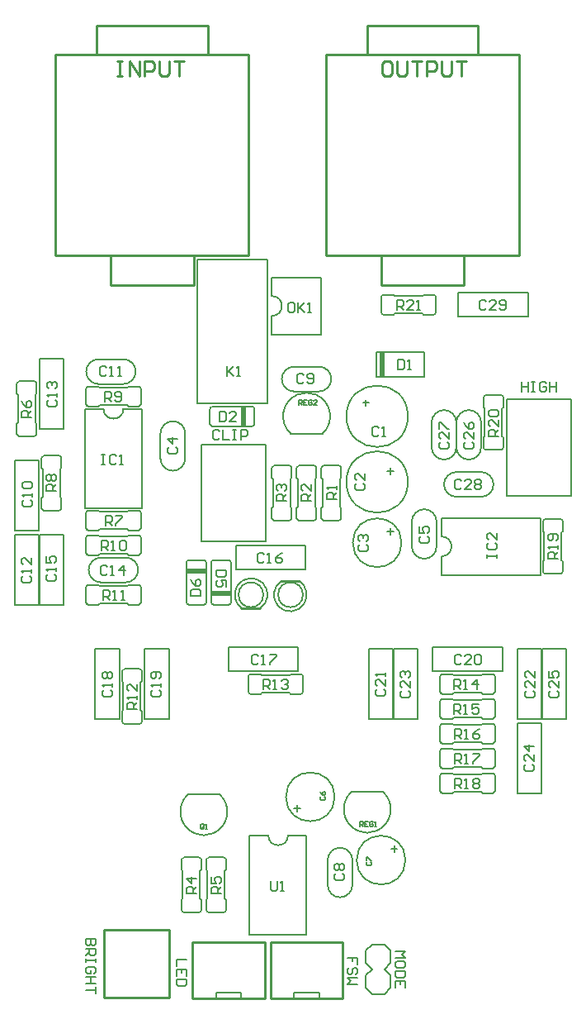
<source format=gto>
G04*
G04 #@! TF.GenerationSoftware,Altium Limited,Altium Designer,19.0.12 (326)*
G04*
G04 Layer_Color=65535*
%FSLAX25Y25*%
%MOIN*%
G70*
G01*
G75*
%ADD10C,0.00600*%
%ADD11C,0.00500*%
%ADD12C,0.01000*%
%ADD13C,0.00787*%
%ADD14C,0.00800*%
%ADD15R,0.02000X0.10000*%
%ADD16R,0.08000X0.02000*%
%ADD17R,0.02000X0.08000*%
D10*
X163913Y57000D02*
G03*
X163913Y57000I-9843J0D01*
G01*
X135336Y82500D02*
G03*
X135336Y82500I-9843J0D01*
G01*
X175234Y277000D02*
G03*
X176234Y278000I0J1000D01*
G01*
Y284000D02*
G03*
X175234Y285000I-1000J0D01*
G01*
X155108D02*
G03*
X154109Y284000I0J-1000D01*
G01*
Y278000D02*
G03*
X155108Y277000I1000J0D01*
G01*
X171500Y178500D02*
G03*
X176500Y183500I0J5000D01*
G01*
X166500D02*
G03*
X171500Y178500I5000J0D01*
G01*
Y198500D02*
G03*
X166500Y193500I0J-5000D01*
G01*
X176500D02*
G03*
X171500Y198500I-5000J0D01*
G01*
X93500Y177000D02*
G03*
X92500Y178000I-1000J0D01*
G01*
X86500D02*
G03*
X85500Y177000I0J-1000D01*
G01*
Y161000D02*
G03*
X86500Y160000I1000J0D01*
G01*
X92500D02*
G03*
X93500Y161000I0J1000D01*
G01*
X75500D02*
G03*
X76500Y160000I1000J0D01*
G01*
X82500D02*
G03*
X83500Y161000I0J1000D01*
G01*
Y177000D02*
G03*
X82500Y178000I-1000J0D01*
G01*
X76500D02*
G03*
X75500Y177000I0J-1000D01*
G01*
X226500Y172437D02*
G03*
X227500Y173437I0J1000D01*
G01*
X219500D02*
G03*
X220500Y172437I1000J0D01*
G01*
Y194563D02*
G03*
X219500Y193563I0J-1000D01*
G01*
X227500D02*
G03*
X226500Y194563I-1000J0D01*
G01*
X196500Y244563D02*
G03*
X195500Y243563I0J-1000D01*
G01*
X203500D02*
G03*
X202500Y244563I-1000J0D01*
G01*
Y222437D02*
G03*
X203500Y223437I0J1000D01*
G01*
X195500D02*
G03*
X196500Y222437I1000J0D01*
G01*
X189500Y238500D02*
G03*
X184500Y233500I0J-5000D01*
G01*
X194500D02*
G03*
X189500Y238500I-5000J0D01*
G01*
Y218500D02*
G03*
X194500Y223500I0J5000D01*
G01*
X184500D02*
G03*
X189500Y218500I5000J0D01*
G01*
X199500Y208500D02*
G03*
X194500Y213500I-5000J0D01*
G01*
Y203500D02*
G03*
X199500Y208500I0J5000D01*
G01*
X179500D02*
G03*
X184500Y203500I5000J0D01*
G01*
Y213500D02*
G03*
X179500Y208500I0J-5000D01*
G01*
Y238500D02*
G03*
X174500Y233500I0J-5000D01*
G01*
X184500D02*
G03*
X179500Y238500I-5000J0D01*
G01*
Y218500D02*
G03*
X184500Y223500I0J5000D01*
G01*
X174500D02*
G03*
X179500Y218500I5000J0D01*
G01*
X178500Y179500D02*
G03*
X178500Y187500I0J4000D01*
G01*
X55000Y254000D02*
G03*
X50000Y259000I-5000J0D01*
G01*
Y249000D02*
G03*
X55000Y254000I0J5000D01*
G01*
X35000D02*
G03*
X40000Y249000I5000J0D01*
G01*
Y259000D02*
G03*
X35000Y254000I0J-5000D01*
G01*
X56063Y240000D02*
G03*
X57063Y241000I0J1000D01*
G01*
Y247000D02*
G03*
X56063Y248000I-1000J0D01*
G01*
X35937D02*
G03*
X34937Y247000I0J-1000D01*
G01*
Y241000D02*
G03*
X35937Y240000I1000J0D01*
G01*
X8000Y250063D02*
G03*
X7000Y249063I0J-1000D01*
G01*
X15000D02*
G03*
X14000Y250063I-1000J0D01*
G01*
Y227937D02*
G03*
X15000Y228937I0J1000D01*
G01*
X7000D02*
G03*
X8000Y227937I1000J0D01*
G01*
X42000Y239000D02*
G03*
X50000Y239000I4000J0D01*
G01*
X25000Y219063D02*
G03*
X24000Y220063I-1000J0D01*
G01*
X18000D02*
G03*
X17000Y219063I0J-1000D01*
G01*
Y198937D02*
G03*
X18000Y197937I1000J0D01*
G01*
X24000D02*
G03*
X25000Y198937I0J1000D01*
G01*
X56063Y190000D02*
G03*
X57063Y191000I0J1000D01*
G01*
Y197000D02*
G03*
X56063Y198000I-1000J0D01*
G01*
X35937D02*
G03*
X34937Y197000I0J-1000D01*
G01*
Y191000D02*
G03*
X35937Y190000I1000J0D01*
G01*
Y188000D02*
G03*
X34937Y187000I0J-1000D01*
G01*
Y181000D02*
G03*
X35937Y180000I1000J0D01*
G01*
X56063D02*
G03*
X57063Y181000I0J1000D01*
G01*
Y187000D02*
G03*
X56063Y188000I-1000J0D01*
G01*
X56000Y174000D02*
G03*
X51000Y179000I-5000J0D01*
G01*
Y169000D02*
G03*
X56000Y174000I0J5000D01*
G01*
X36000D02*
G03*
X41000Y169000I5000J0D01*
G01*
Y179000D02*
G03*
X36000Y174000I0J-5000D01*
G01*
X56063Y160000D02*
G03*
X57063Y161000I0J1000D01*
G01*
Y167000D02*
G03*
X56063Y168000I-1000J0D01*
G01*
X35937D02*
G03*
X34937Y167000I0J-1000D01*
G01*
Y161000D02*
G03*
X35937Y160000I1000J0D01*
G01*
X57500Y133063D02*
G03*
X56500Y134063I-1000J0D01*
G01*
X50500D02*
G03*
X49500Y133063I0J-1000D01*
G01*
Y112937D02*
G03*
X50500Y111937I1000J0D01*
G01*
X56500D02*
G03*
X57500Y112937I0J1000D01*
G01*
X101437Y132000D02*
G03*
X100437Y131000I0J-1000D01*
G01*
Y125000D02*
G03*
X101437Y124000I1000J0D01*
G01*
X121563D02*
G03*
X122563Y125000I0J1000D01*
G01*
Y131000D02*
G03*
X121563Y132000I-1000J0D01*
G01*
X200063Y131000D02*
G03*
X199063Y132000I-1000J0D01*
G01*
Y124000D02*
G03*
X200063Y125000I0J1000D01*
G01*
X177937D02*
G03*
X178937Y124000I1000J0D01*
G01*
Y132000D02*
G03*
X177937Y131000I0J-1000D01*
G01*
X178937Y122000D02*
G03*
X177937Y121000I0J-1000D01*
G01*
Y115000D02*
G03*
X178937Y114000I1000J0D01*
G01*
X199063D02*
G03*
X200063Y115000I0J1000D01*
G01*
Y121000D02*
G03*
X199063Y122000I-1000J0D01*
G01*
X177937Y105000D02*
G03*
X178937Y104000I1000J0D01*
G01*
Y112000D02*
G03*
X177937Y111000I0J-1000D01*
G01*
X200063D02*
G03*
X199063Y112000I-1000J0D01*
G01*
Y104000D02*
G03*
X200063Y105000I0J1000D01*
G01*
X178937Y102000D02*
G03*
X177937Y101000I0J-1000D01*
G01*
Y95000D02*
G03*
X178937Y94000I1000J0D01*
G01*
X199063D02*
G03*
X200063Y95000I0J1000D01*
G01*
Y101000D02*
G03*
X199063Y102000I-1000J0D01*
G01*
Y84000D02*
G03*
X200063Y85000I0J1000D01*
G01*
Y91000D02*
G03*
X199063Y92000I-1000J0D01*
G01*
X178937D02*
G03*
X177937Y91000I0J-1000D01*
G01*
Y85000D02*
G03*
X178937Y84000I1000J0D01*
G01*
X73500Y36937D02*
G03*
X74500Y35937I1000J0D01*
G01*
X80500D02*
G03*
X81500Y36937I0J1000D01*
G01*
Y57063D02*
G03*
X80500Y58063I-1000J0D01*
G01*
X74500D02*
G03*
X73500Y57063I0J-1000D01*
G01*
X119000Y256000D02*
G03*
X114000Y251000I0J-5000D01*
G01*
D02*
G03*
X119000Y246000I5000J0D01*
G01*
X129000D02*
G03*
X134000Y251000I0J5000D01*
G01*
D02*
G03*
X129000Y256000I-5000J0D01*
G01*
X110000Y276500D02*
G03*
X110000Y284500I0J4000D01*
G01*
X120185Y244700D02*
G03*
X117579Y229000I3816J-8700D01*
G01*
X127816Y244700D02*
G03*
X120184Y244700I-3816J-8701D01*
G01*
X130421Y229000D02*
G03*
X127815Y244700I-6422J7000D01*
G01*
X86315Y67800D02*
G03*
X88921Y83500I-3816J8700D01*
G01*
X78684Y67800D02*
G03*
X86316Y67800I3816J8701D01*
G01*
X76079Y83500D02*
G03*
X78685Y67800I6422J-7000D01*
G01*
X90500Y35937D02*
G03*
X91500Y36937I0J1000D01*
G01*
X83500D02*
G03*
X84500Y35937I1000J0D01*
G01*
Y58063D02*
G03*
X83500Y57063I0J-1000D01*
G01*
X91500D02*
G03*
X90500Y58063I-1000J0D01*
G01*
X103000Y239000D02*
G03*
X102000Y240000I-1000J0D01*
G01*
Y232000D02*
G03*
X103000Y233000I0J1000D01*
G01*
X85000D02*
G03*
X86000Y232000I1000J0D01*
G01*
Y240000D02*
G03*
X85000Y239000I0J-1000D01*
G01*
X111000Y216063D02*
G03*
X110000Y215063I0J-1000D01*
G01*
X118000D02*
G03*
X117000Y216063I-1000J0D01*
G01*
Y193937D02*
G03*
X118000Y194937I0J1000D01*
G01*
X110000D02*
G03*
X111000Y193937I1000J0D01*
G01*
X128000Y215063D02*
G03*
X127000Y216063I-1000J0D01*
G01*
Y193937D02*
G03*
X128000Y194937I0J1000D01*
G01*
X121000Y216063D02*
G03*
X120000Y215063I0J-1000D01*
G01*
Y194937D02*
G03*
X121000Y193937I1000J0D01*
G01*
X142079Y84500D02*
G03*
X144685Y68800I6422J-7000D01*
G01*
X144684Y68800D02*
G03*
X152316Y68800I3816J8701D01*
G01*
X152315Y68800D02*
G03*
X154921Y84500I-3816J8700D01*
G01*
X108500Y67000D02*
G03*
X116500Y67000I4000J0D01*
G01*
X132500Y47000D02*
G03*
X137500Y42000I5000J0D01*
G01*
D02*
G03*
X142500Y47000I0J5000D01*
G01*
Y57000D02*
G03*
X137500Y62000I-5000J0D01*
G01*
D02*
G03*
X132500Y57000I0J-5000D01*
G01*
X162343Y185000D02*
G03*
X162343Y185000I-9843J0D01*
G01*
X75000Y229000D02*
G03*
X70000Y234000I-5000J0D01*
G01*
Y214000D02*
G03*
X75000Y219000I0J5000D01*
G01*
X70000Y234000D02*
G03*
X65000Y229000I0J-5000D01*
G01*
Y219000D02*
G03*
X70000Y214000I5000J0D01*
G01*
X164902Y236000D02*
G03*
X164902Y236000I-12402J0D01*
G01*
Y209500D02*
G03*
X164902Y209500I-12402J0D01*
G01*
X137000Y193987D02*
G03*
X138000Y194987I0J1000D01*
G01*
X130000D02*
G03*
X131000Y193987I1000J0D01*
G01*
Y216113D02*
G03*
X130000Y215113I0J-1000D01*
G01*
X138000D02*
G03*
X137000Y216113I-1000J0D01*
G01*
X159470Y60200D02*
Y62800D01*
X158170Y61500D02*
X160670D01*
X120093Y76700D02*
Y79300D01*
X118893Y78000D02*
X121393D01*
X185184Y285882D02*
X213396D01*
X185184Y276118D02*
Y285882D01*
Y276118D02*
X213396D01*
Y285882D01*
X159108Y277000D02*
X159608Y277500D01*
X159108Y285000D02*
X159608Y284500D01*
X170735Y277500D02*
X171235Y277000D01*
X170735Y284500D02*
X171235Y285000D01*
X155108Y277000D02*
X159108D01*
X155108Y285000D02*
X159108D01*
X171235Y277000D02*
X175234D01*
X171235Y285000D02*
X175234D01*
X159608Y277500D02*
X170735D01*
X159608Y284500D02*
X170735D01*
X154109Y278000D02*
Y284000D01*
X176234Y278000D02*
Y284000D01*
X166500Y183500D02*
Y186000D01*
Y193500D01*
X176500Y183500D02*
Y193500D01*
X152200Y252000D02*
X171500D01*
Y262000D01*
X152150Y252000D02*
Y262000D01*
X155550D02*
X171500D01*
X152150D02*
X156150D01*
X95394Y174118D02*
X123606D01*
Y183882D01*
X95394D02*
X123606D01*
X95394Y174118D02*
Y183882D01*
X86500Y178000D02*
X92500D01*
X93500Y161000D02*
Y177000D01*
X85500Y161000D02*
Y177000D01*
X86500Y160000D02*
X92500D01*
X76500D02*
X82500D01*
X75500Y161000D02*
Y177000D01*
X83500Y161000D02*
Y177000D01*
X76500Y178000D02*
X82500D01*
X220500Y194563D02*
X226500D01*
X220500Y172437D02*
X226500D01*
X220000Y177937D02*
Y189063D01*
X227000Y177937D02*
Y189063D01*
X219500Y189563D02*
Y193563D01*
X227500Y189563D02*
Y193563D01*
X219500Y173437D02*
Y177437D01*
X227500Y173437D02*
Y177437D01*
X219500Y189563D02*
X220000Y189063D01*
X227000D02*
X227500Y189563D01*
X219500Y177437D02*
X220000Y177937D01*
X227000D02*
X227500Y177437D01*
X196500Y222437D02*
X202500D01*
X196500Y244563D02*
X202500D01*
X203000Y227937D02*
Y239063D01*
X196000Y227937D02*
Y239063D01*
X203500Y223437D02*
Y227437D01*
X195500Y223437D02*
Y227437D01*
X203500Y239563D02*
Y243563D01*
X195500Y239563D02*
Y243563D01*
X203000Y227937D02*
X203500Y227437D01*
X195500D02*
X196000Y227937D01*
X203000Y239063D02*
X203500Y239563D01*
X195500D02*
X196000Y239063D01*
X194500Y231000D02*
Y233500D01*
Y223500D02*
Y231000D01*
X184500Y223500D02*
Y233500D01*
X192000Y203500D02*
X194500D01*
X184500D02*
X192000D01*
X184500Y213500D02*
X194500D01*
X184500Y231000D02*
Y233500D01*
Y223500D02*
Y231000D01*
X174500Y223500D02*
Y233500D01*
X178500Y195000D02*
X218500D01*
X178500Y187500D02*
Y195000D01*
Y172000D02*
Y179500D01*
Y172000D02*
X218500D01*
Y195000D01*
X47500Y249000D02*
X50000D01*
X40000D02*
X47500D01*
X40000Y259000D02*
X50000D01*
X39937Y240000D02*
X40437Y240500D01*
X39937Y248000D02*
X40437Y247500D01*
X51563Y240500D02*
X52063Y240000D01*
X51563Y247500D02*
X52063Y248000D01*
X35937Y240000D02*
X39937D01*
X35937Y248000D02*
X39937D01*
X52063Y240000D02*
X56063D01*
X52063Y248000D02*
X56063D01*
X40437Y240500D02*
X51563D01*
X40437Y247500D02*
X51563D01*
X34937Y241000D02*
Y247000D01*
X57063Y241000D02*
Y247000D01*
X16118Y230894D02*
Y259106D01*
Y230894D02*
X25882D01*
Y259106D01*
X16118D02*
X25882D01*
X8000Y227937D02*
X14000D01*
X8000Y250063D02*
X14000D01*
X14500Y233437D02*
Y244563D01*
X7500Y233437D02*
Y244563D01*
X15000Y228937D02*
Y232937D01*
X7000Y228937D02*
Y232937D01*
X15000Y245063D02*
Y249063D01*
X7000Y245063D02*
Y249063D01*
X14500Y233437D02*
X15000Y232937D01*
X7000D02*
X7500Y233437D01*
X14500Y244563D02*
X15000Y245063D01*
X7000D02*
X7500Y244563D01*
X57500Y199000D02*
Y239000D01*
X50000D02*
X57500D01*
X34500D02*
X42000D01*
X34500Y199000D02*
Y239000D01*
Y199000D02*
X57500D01*
X24500Y203437D02*
X25000Y202937D01*
X17000D02*
X17500Y203437D01*
X24500Y214563D02*
X25000Y215063D01*
X17000D02*
X17500Y214563D01*
X25000Y198937D02*
Y202937D01*
X17000Y198937D02*
Y202937D01*
X25000Y215063D02*
Y219063D01*
X17000Y215063D02*
Y219063D01*
X24500Y203437D02*
Y214563D01*
X17500Y203437D02*
Y214563D01*
X18000Y197937D02*
X24000D01*
X18000Y220063D02*
X24000D01*
X39937Y190000D02*
X40437Y190500D01*
X39937Y198000D02*
X40437Y197500D01*
X51563Y190500D02*
X52063Y190000D01*
X51563Y197500D02*
X52063Y198000D01*
X35937Y190000D02*
X39937D01*
X35937Y198000D02*
X39937D01*
X52063Y190000D02*
X56063D01*
X52063Y198000D02*
X56063D01*
X40437Y190500D02*
X51563D01*
X40437Y197500D02*
X51563D01*
X34937Y191000D02*
Y197000D01*
X57063Y191000D02*
Y197000D01*
X6118Y189894D02*
Y218106D01*
Y189894D02*
X15882D01*
Y218106D01*
X6118D02*
X15882D01*
X51563Y187500D02*
X52063Y188000D01*
X51563Y180500D02*
X52063Y180000D01*
X39937Y188000D02*
X40437Y187500D01*
X39937Y180000D02*
X40437Y180500D01*
X52063Y188000D02*
X56063D01*
X52063Y180000D02*
X56063D01*
X35937Y188000D02*
X39937D01*
X35937Y180000D02*
X39937D01*
X40437Y187500D02*
X51563D01*
X40437Y180500D02*
X51563D01*
X57063Y181000D02*
Y187000D01*
X34937Y181000D02*
Y187000D01*
X48500Y169000D02*
X51000D01*
X41000D02*
X48500D01*
X41000Y179000D02*
X51000D01*
X39937Y160000D02*
X40437Y160500D01*
X39937Y168000D02*
X40437Y167500D01*
X51563Y160500D02*
X52063Y160000D01*
X51563Y167500D02*
X52063Y168000D01*
X35937Y160000D02*
X39937D01*
X35937Y168000D02*
X39937D01*
X52063Y160000D02*
X56063D01*
X52063Y168000D02*
X56063D01*
X40437Y160500D02*
X51563D01*
X40437Y167500D02*
X51563D01*
X34937Y161000D02*
Y167000D01*
X57063Y161000D02*
Y167000D01*
X16118Y159894D02*
Y188106D01*
Y159894D02*
X25882D01*
Y188106D01*
X16118D02*
X25882D01*
X15882Y159894D02*
Y188106D01*
X6118D02*
X15882D01*
X6118Y159894D02*
Y188106D01*
Y159894D02*
X15882D01*
X68382Y113894D02*
Y142106D01*
X58618D02*
X68382D01*
X58618Y113894D02*
Y142106D01*
Y113894D02*
X68382D01*
X57000Y117437D02*
X57500Y116937D01*
X49500D02*
X50000Y117437D01*
X57000Y128563D02*
X57500Y129063D01*
X49500D02*
X50000Y128563D01*
X57500Y112937D02*
Y116937D01*
X49500Y112937D02*
Y116937D01*
X57500Y129063D02*
Y133063D01*
X49500Y129063D02*
Y133063D01*
X57000Y117437D02*
Y128563D01*
X50000Y117437D02*
Y128563D01*
X50500Y111937D02*
X56500D01*
X50500Y134063D02*
X56500D01*
X48382Y113894D02*
Y142106D01*
X38618D02*
X48382D01*
X38618Y113894D02*
Y142106D01*
Y113894D02*
X48382D01*
X92394Y142882D02*
X120606D01*
X92394Y133118D02*
Y142882D01*
Y133118D02*
X120606D01*
Y142882D01*
X117063Y131500D02*
X117563Y132000D01*
X117063Y124500D02*
X117563Y124000D01*
X105437Y132000D02*
X105937Y131500D01*
X105437Y124000D02*
X105937Y124500D01*
X117563Y132000D02*
X121563D01*
X117563Y124000D02*
X121563D01*
X101437Y132000D02*
X105437D01*
X101437Y124000D02*
X105437D01*
X105937Y131500D02*
X117063D01*
X105937Y124500D02*
X117063D01*
X122563Y125000D02*
Y131000D01*
X100437Y125000D02*
Y131000D01*
X159118Y113894D02*
Y142106D01*
Y113894D02*
X168882D01*
Y142106D01*
X159118D02*
X168882D01*
X149118Y113894D02*
Y142106D01*
Y113894D02*
X158882D01*
Y142106D01*
X149118D02*
X158882D01*
X228882Y113894D02*
Y142106D01*
X219118D02*
X228882D01*
X219118Y113894D02*
Y142106D01*
Y113894D02*
X228882D01*
X209118D02*
Y142106D01*
Y113894D02*
X218882D01*
Y142106D01*
X209118D02*
X218882D01*
X209118Y83894D02*
Y112106D01*
Y83894D02*
X218882D01*
Y112106D01*
X209118D02*
X218882D01*
X174894Y142882D02*
X203106D01*
X174894Y133118D02*
Y142882D01*
Y133118D02*
X203106D01*
Y142882D01*
X177937Y125000D02*
Y131000D01*
X200063Y125000D02*
Y131000D01*
X183437Y124500D02*
X194563D01*
X183437Y131500D02*
X194563D01*
X178937Y124000D02*
X182937D01*
X178937Y132000D02*
X182937D01*
X195063Y124000D02*
X199063D01*
X195063Y132000D02*
X199063D01*
X182937Y124000D02*
X183437Y124500D01*
X182937Y132000D02*
X183437Y131500D01*
X194563Y124500D02*
X195063Y124000D01*
X194563Y131500D02*
X195063Y132000D01*
X194563Y121500D02*
X195063Y122000D01*
X194563Y114500D02*
X195063Y114000D01*
X182937Y122000D02*
X183437Y121500D01*
X182937Y114000D02*
X183437Y114500D01*
X195063Y122000D02*
X199063D01*
X195063Y114000D02*
X199063D01*
X178937Y122000D02*
X182937D01*
X178937Y114000D02*
X182937D01*
X183437Y121500D02*
X194563D01*
X183437Y114500D02*
X194563D01*
X200063Y115000D02*
Y121000D01*
X177937Y115000D02*
Y121000D01*
X200063Y105000D02*
Y111000D01*
X177937Y105000D02*
Y111000D01*
X183437Y111500D02*
X194563D01*
X183437Y104500D02*
X194563D01*
X195063Y112000D02*
X199063D01*
X195063Y104000D02*
X199063D01*
X178937Y112000D02*
X182937D01*
X178937Y104000D02*
X182937D01*
X194563Y111500D02*
X195063Y112000D01*
X194563Y104500D02*
X195063Y104000D01*
X182937Y112000D02*
X183437Y111500D01*
X182937Y104000D02*
X183437Y104500D01*
X194563Y101500D02*
X195063Y102000D01*
X194563Y94500D02*
X195063Y94000D01*
X182937Y102000D02*
X183437Y101500D01*
X182937Y94000D02*
X183437Y94500D01*
X195063Y102000D02*
X199063D01*
X195063Y94000D02*
X199063D01*
X178937Y102000D02*
X182937D01*
X178937Y94000D02*
X182937D01*
X183437Y101500D02*
X194563D01*
X183437Y94500D02*
X194563D01*
X200063Y95000D02*
Y101000D01*
X177937Y95000D02*
Y101000D01*
X182937Y84000D02*
X183437Y84500D01*
X182937Y92000D02*
X183437Y91500D01*
X194563Y84500D02*
X195063Y84000D01*
X194563Y91500D02*
X195063Y92000D01*
X178937Y84000D02*
X182937D01*
X178937Y92000D02*
X182937D01*
X195063Y84000D02*
X199063D01*
X195063Y92000D02*
X199063D01*
X183437Y84500D02*
X194563D01*
X183437Y91500D02*
X194563D01*
X177937Y85000D02*
Y91000D01*
X200063Y85000D02*
Y91000D01*
X73500Y53063D02*
X74000Y52563D01*
X81000D02*
X81500Y53063D01*
X73500Y40937D02*
X74000Y41437D01*
X81000D02*
X81500Y40937D01*
X73500Y53063D02*
Y57063D01*
X81500Y53063D02*
Y57063D01*
X73500Y36937D02*
Y40937D01*
X81500Y36937D02*
Y40937D01*
X74000Y41437D02*
Y52563D01*
X81000Y41437D02*
Y52563D01*
X74500Y58063D02*
X80500D01*
X74500Y35937D02*
X80500D01*
X119000Y256000D02*
X129000D01*
X119000Y246000D02*
X126500D01*
X129000D01*
X110000Y292000D02*
X130000D01*
X110000Y269000D02*
X130000D01*
Y292000D01*
X110000Y269000D02*
Y276500D01*
Y284500D02*
Y292000D01*
X117579Y229000D02*
X130421D01*
X76079Y83500D02*
X88921D01*
X84500Y58063D02*
X90500D01*
X84500Y35937D02*
X90500D01*
X84000Y41437D02*
Y52563D01*
X91000Y41437D02*
Y52563D01*
X83500Y53063D02*
Y57063D01*
X91500Y53063D02*
Y57063D01*
X83500Y36937D02*
Y40937D01*
X91500Y36937D02*
Y40937D01*
X83500Y53063D02*
X84000Y52563D01*
X91000D02*
X91500Y53063D01*
X83500Y40937D02*
X84000Y41437D01*
X91000D02*
X91500Y40937D01*
X103000Y233000D02*
Y239000D01*
X86000Y232000D02*
X102000D01*
X86000Y240000D02*
X102000D01*
X85000Y233000D02*
Y239000D01*
X111000Y193937D02*
X117000D01*
X111000Y216063D02*
X117000D01*
X117500Y199437D02*
Y210563D01*
X110500Y199437D02*
Y210563D01*
X118000Y194937D02*
Y198937D01*
X110000Y194937D02*
Y198937D01*
X118000Y211063D02*
Y215063D01*
X110000Y211063D02*
Y215063D01*
X117500Y199437D02*
X118000Y198937D01*
X110000D02*
X110500Y199437D01*
X117500Y210563D02*
X118000Y211063D01*
X110000D02*
X110500Y210563D01*
X128000Y211063D02*
Y215063D01*
X127500Y210563D02*
X128000Y211063D01*
X127500Y199437D02*
Y210563D01*
X128000Y194937D02*
Y198937D01*
X127500Y199437D02*
X128000Y198937D01*
X121000Y193937D02*
X127000D01*
X121000Y216063D02*
X127000D01*
X120000Y211063D02*
Y215063D01*
Y211063D02*
X120500Y210563D01*
Y199437D02*
Y210563D01*
X120000Y198937D02*
X120500Y199437D01*
X120000Y194937D02*
Y198937D01*
X142079Y84500D02*
X154921D01*
X124000Y27000D02*
Y67000D01*
X116500D02*
X124000D01*
X101000D02*
X108500D01*
X101000Y27000D02*
Y67000D01*
Y27000D02*
X124000D01*
X132500Y47000D02*
Y57000D01*
X142500Y47000D02*
Y54500D01*
Y57000D01*
X156600Y189500D02*
X159100D01*
X157900Y188200D02*
Y190800D01*
X75000Y219000D02*
Y229000D01*
X65000Y221500D02*
Y229000D01*
Y219000D02*
Y221500D01*
X146700Y241400D02*
X149300D01*
X148000Y240100D02*
Y242600D01*
X157900Y212700D02*
Y215300D01*
X156600Y214000D02*
X159100D01*
X131000Y216113D02*
X137000D01*
X131000Y193987D02*
X137000D01*
X130500Y199487D02*
Y210613D01*
X137500Y199487D02*
Y210613D01*
X130000Y211113D02*
Y215113D01*
X138000Y211113D02*
Y215113D01*
X130000Y194987D02*
Y198987D01*
X138000Y194987D02*
Y198987D01*
X130000Y211113D02*
X130500Y210613D01*
X137500D02*
X138000Y211113D01*
X130000Y198987D02*
X130500Y199487D01*
X137500D02*
X138000Y198987D01*
X129826Y82595D02*
X129493Y82262D01*
Y81595D01*
X129826Y81262D01*
X131159D01*
X131493Y81595D01*
Y82262D01*
X131159Y82595D01*
X129493Y84594D02*
X129826Y83928D01*
X130493Y83261D01*
X131159D01*
X131493Y83595D01*
Y84261D01*
X131159Y84594D01*
X130826D01*
X130493Y84261D01*
Y83261D01*
X82537Y70027D02*
Y71360D01*
X82204Y71693D01*
X81537D01*
X81204Y71360D01*
Y70027D01*
X81537Y69694D01*
X82204D01*
X81871Y70360D02*
X82537Y69694D01*
X82204D02*
X82537Y70027D01*
X83204Y69694D02*
X83870D01*
X83537D01*
Y71693D01*
X83204Y71360D01*
X120762Y240595D02*
Y242594D01*
X121762D01*
X122095Y242261D01*
Y241594D01*
X121762Y241261D01*
X120762D01*
X121428D02*
X122095Y240595D01*
X124094Y242594D02*
X122761D01*
Y240595D01*
X124094D01*
X122761Y241594D02*
X123428D01*
X126094Y242261D02*
X125760Y242594D01*
X125094D01*
X124761Y242261D01*
Y240928D01*
X125094Y240595D01*
X125760D01*
X126094Y240928D01*
Y241594D01*
X125427D01*
X128093Y240595D02*
X126760D01*
X128093Y241928D01*
Y242261D01*
X127760Y242594D01*
X127093D01*
X126760Y242261D01*
X145390Y70694D02*
Y72693D01*
X146389D01*
X146723Y72360D01*
Y71694D01*
X146389Y71360D01*
X145390D01*
X146056D02*
X146723Y70694D01*
X148722Y72693D02*
X147389D01*
Y70694D01*
X148722D01*
X147389Y71694D02*
X148056D01*
X150721Y72360D02*
X150388Y72693D01*
X149722D01*
X149388Y72360D01*
Y71027D01*
X149722Y70694D01*
X150388D01*
X150721Y71027D01*
Y71694D01*
X150055D01*
X151388Y70694D02*
X152054D01*
X151721D01*
Y72693D01*
X151388Y72360D01*
X148665Y56333D02*
X148332Y56000D01*
Y55333D01*
X148665Y55000D01*
X149998D01*
X150331Y55333D01*
Y56000D01*
X149998Y56333D01*
X148332Y56999D02*
Y58332D01*
X148665D01*
X149998Y56999D01*
X150331D01*
D11*
X105063Y158371D02*
G03*
X96100Y167800I-3473J5674D01*
G01*
X105063Y158371D02*
G03*
X96100Y167800I-3473J5674D01*
G01*
X106500Y164000D02*
G03*
X106500Y164000I-5000J0D01*
G01*
D02*
G03*
X106500Y164000I-5000J0D01*
G01*
X96100Y167800D02*
G03*
X97992Y158371I5661J-3768D01*
G01*
X96100Y167800D02*
G03*
X97992Y158371I5661J-3768D01*
G01*
X113937Y169629D02*
G03*
X122900Y160200I3473J-5674D01*
G01*
X113937Y169629D02*
G03*
X122900Y160200I3473J-5674D01*
G01*
X122500Y164000D02*
G03*
X122500Y164000I-5000J0D01*
G01*
D02*
G03*
X122500Y164000I-5000J0D01*
G01*
X122900Y160200D02*
G03*
X121008Y169629I-5661J3768D01*
G01*
X122900Y160200D02*
G03*
X121008Y169629I-5661J3768D01*
G01*
X81500Y185488D02*
Y224488D01*
Y185488D02*
X107500D01*
X81500Y224488D02*
X107500D01*
Y185488D02*
Y224488D01*
X205000Y204000D02*
Y243000D01*
Y204000D02*
X231000D01*
X205000Y243000D02*
X231000D01*
Y204000D02*
Y243000D01*
X97600Y158700D02*
X105500D01*
X97992Y158371D02*
X105063D01*
X113500Y169300D02*
X121400D01*
X113937Y169629D02*
X121008D01*
X148000Y15500D02*
Y20500D01*
X158000Y15500D02*
Y20500D01*
X148000Y5500D02*
Y10500D01*
X158000Y5500D02*
Y10500D01*
X150500Y23000D02*
X155500D01*
X150500Y3000D02*
X155500D01*
X148000Y20500D02*
X150500Y23000D01*
X155500D02*
X158000Y20500D01*
X148000Y10500D02*
X150500Y13000D01*
X148000Y5500D02*
X150500Y3000D01*
X155500Y13000D02*
X158000Y15500D01*
X155500Y3000D02*
X158000Y5500D01*
X155500Y13000D02*
X158000Y10500D01*
X148000Y15500D02*
X150500Y13000D01*
D12*
X42300Y1389D02*
X68678D01*
X42300D02*
Y28948D01*
X68678Y1389D02*
Y28948D01*
X42300D02*
X68678D01*
X138567Y1218D02*
Y23856D01*
X109433Y1218D02*
X138567D01*
X109433D02*
Y23856D01*
X138567D01*
X107067Y1218D02*
Y23856D01*
X77933Y1218D02*
X107067D01*
X77933D02*
Y23856D01*
X107067D01*
X131860Y381848D02*
X148419D01*
Y393462D01*
Y381848D02*
X193301D01*
X148419Y393462D02*
X193301D01*
Y381848D02*
Y393462D01*
Y381848D02*
X209860D01*
Y300746D02*
Y381848D01*
X187592Y300746D02*
X209860D01*
X154128D02*
X187592D01*
Y288935D02*
Y300746D01*
X154128Y288935D02*
X187592D01*
X154128D02*
Y300746D01*
X131860D02*
X154128D01*
X131860D02*
Y381848D01*
X22641D02*
X39200D01*
Y393462D01*
Y381848D02*
X84082D01*
X39200Y393462D02*
X84082D01*
Y381848D02*
Y393462D01*
Y381848D02*
X100641D01*
Y300746D02*
Y381848D01*
X78373Y300746D02*
X100641D01*
X44909D02*
X78373D01*
Y288935D02*
Y300746D01*
X44909Y288935D02*
X78373D01*
X44909D02*
Y300746D01*
X22641D02*
X44909D01*
X22641D02*
Y381848D01*
X157359Y379098D02*
X155360D01*
X154360Y378098D01*
Y374100D01*
X155360Y373100D01*
X157359D01*
X158359Y374100D01*
Y378098D01*
X157359Y379098D01*
X160358D02*
Y374100D01*
X161358Y373100D01*
X163357D01*
X164357Y374100D01*
Y379098D01*
X166356D02*
X170355D01*
X168356D01*
Y373100D01*
X172354D02*
Y379098D01*
X175353D01*
X176353Y378098D01*
Y376099D01*
X175353Y375099D01*
X172354D01*
X178352Y379098D02*
Y374100D01*
X179352Y373100D01*
X181351D01*
X182351Y374100D01*
Y379098D01*
X184350D02*
X188349D01*
X186350D01*
Y373100D01*
X47641Y379098D02*
X49640D01*
X48641D01*
Y373100D01*
X47641D01*
X49640D01*
X52639D02*
Y379098D01*
X56638Y373100D01*
Y379098D01*
X58637Y373100D02*
Y379098D01*
X61637D01*
X62636Y378098D01*
Y376099D01*
X61637Y375099D01*
X58637D01*
X64635Y379098D02*
Y374100D01*
X65635Y373100D01*
X67634D01*
X68634Y374100D01*
Y379098D01*
X70634D02*
X74632D01*
X72633D01*
Y373100D01*
D13*
X118882Y1445D02*
Y3413D01*
X129118D01*
Y1445D02*
Y3413D01*
X87382Y1445D02*
Y3413D01*
X97618D01*
Y1445D02*
Y3413D01*
D14*
X79827Y241350D02*
Y299224D01*
Y241350D02*
X108173D01*
Y299224D01*
X79827D02*
X108173D01*
X160981Y258999D02*
Y255000D01*
X162980D01*
X163647Y255666D01*
Y258332D01*
X162980Y258999D01*
X160981D01*
X164980Y255000D02*
X166313D01*
X165646D01*
Y258999D01*
X164980Y258332D01*
X211000Y249908D02*
Y245910D01*
Y247909D01*
X213666D01*
Y249908D01*
Y245910D01*
X214999Y249908D02*
X216332D01*
X215665D01*
Y245910D01*
X214999D01*
X216332D01*
X220997Y249242D02*
X220330Y249908D01*
X218997D01*
X218331Y249242D01*
Y246576D01*
X218997Y245910D01*
X220330D01*
X220997Y246576D01*
Y247909D01*
X219664D01*
X222330Y249908D02*
Y245910D01*
Y247909D01*
X224995D01*
Y249908D01*
Y245910D01*
X88921Y229832D02*
X88255Y230499D01*
X86922D01*
X86256Y229832D01*
Y227166D01*
X86922Y226500D01*
X88255D01*
X88921Y227166D01*
X90254Y230499D02*
Y226500D01*
X92920D01*
X94253Y230499D02*
X95586D01*
X94919D01*
Y226500D01*
X94253D01*
X95586D01*
X97585D02*
Y230499D01*
X99585D01*
X100251Y229832D01*
Y228499D01*
X99585Y227833D01*
X97585D01*
X160500Y279000D02*
Y282999D01*
X162499D01*
X163166Y282332D01*
Y280999D01*
X162499Y280333D01*
X160500D01*
X161833D02*
X163166Y279000D01*
X167165D02*
X164499D01*
X167165Y281666D01*
Y282332D01*
X166498Y282999D01*
X165165D01*
X164499Y282332D01*
X168497Y279000D02*
X169830D01*
X169164D01*
Y282999D01*
X168497Y282332D01*
X201500Y228000D02*
X197501D01*
Y229999D01*
X198168Y230666D01*
X199501D01*
X200167Y229999D01*
Y228000D01*
Y229333D02*
X201500Y230666D01*
Y234665D02*
Y231999D01*
X198834Y234665D01*
X198168D01*
X197501Y233998D01*
Y232665D01*
X198168Y231999D01*
Y235997D02*
X197501Y236664D01*
Y237997D01*
X198168Y238663D01*
X200834D01*
X201500Y237997D01*
Y236664D01*
X200834Y235997D01*
X198168D01*
X225500Y178486D02*
X221501D01*
Y180486D01*
X222168Y181152D01*
X223501D01*
X224167Y180486D01*
Y178486D01*
Y179819D02*
X225500Y181152D01*
Y182485D02*
Y183818D01*
Y183152D01*
X221501D01*
X222168Y182485D01*
X224834Y185817D02*
X225500Y186484D01*
Y187817D01*
X224834Y188483D01*
X222168D01*
X221501Y187817D01*
Y186484D01*
X222168Y185817D01*
X222834D01*
X223501Y186484D01*
Y188483D01*
X184000Y86000D02*
Y89999D01*
X185999D01*
X186666Y89332D01*
Y87999D01*
X185999Y87333D01*
X184000D01*
X185333D02*
X186666Y86000D01*
X187999D02*
X189332D01*
X188665D01*
Y89999D01*
X187999Y89332D01*
X191331D02*
X191997Y89999D01*
X193330D01*
X193997Y89332D01*
Y88666D01*
X193330Y87999D01*
X193997Y87333D01*
Y86666D01*
X193330Y86000D01*
X191997D01*
X191331Y86666D01*
Y87333D01*
X191997Y87999D01*
X191331Y88666D01*
Y89332D01*
X191997Y87999D02*
X193330D01*
X184000Y96000D02*
Y99999D01*
X185999D01*
X186666Y99332D01*
Y97999D01*
X185999Y97333D01*
X184000D01*
X185333D02*
X186666Y96000D01*
X187999D02*
X189332D01*
X188665D01*
Y99999D01*
X187999Y99332D01*
X191331Y99999D02*
X193997D01*
Y99332D01*
X191331Y96666D01*
Y96000D01*
X183828Y106000D02*
Y109999D01*
X185828D01*
X186494Y109332D01*
Y107999D01*
X185828Y107333D01*
X183828D01*
X185161D02*
X186494Y106000D01*
X187827D02*
X189160D01*
X188494D01*
Y109999D01*
X187827Y109332D01*
X193825Y109999D02*
X192492Y109332D01*
X191159Y107999D01*
Y106667D01*
X191826Y106000D01*
X193159D01*
X193825Y106667D01*
Y107333D01*
X193159Y107999D01*
X191159D01*
X183566Y116000D02*
Y119999D01*
X185565D01*
X186232Y119332D01*
Y117999D01*
X185565Y117333D01*
X183566D01*
X184899D02*
X186232Y116000D01*
X187565D02*
X188898D01*
X188231D01*
Y119999D01*
X187565Y119332D01*
X193563Y119999D02*
X190897D01*
Y117999D01*
X192230Y118666D01*
X192896D01*
X193563Y117999D01*
Y116666D01*
X192896Y116000D01*
X191563D01*
X190897Y116666D01*
X183566Y126000D02*
Y129999D01*
X185565D01*
X186232Y129332D01*
Y127999D01*
X185565Y127333D01*
X183566D01*
X184899D02*
X186232Y126000D01*
X187565D02*
X188898D01*
X188231D01*
Y129999D01*
X187565Y129332D01*
X192896Y126000D02*
Y129999D01*
X190897Y127999D01*
X193563D01*
X106500Y126000D02*
Y129999D01*
X108499D01*
X109166Y129332D01*
Y127999D01*
X108499Y127333D01*
X106500D01*
X107833D02*
X109166Y126000D01*
X110499D02*
X111832D01*
X111165D01*
Y129999D01*
X110499Y129332D01*
X113831D02*
X114497Y129999D01*
X115830D01*
X116497Y129332D01*
Y128666D01*
X115830Y127999D01*
X115164D01*
X115830D01*
X116497Y127333D01*
Y126666D01*
X115830Y126000D01*
X114497D01*
X113831Y126666D01*
X55500Y118000D02*
X51501D01*
Y119999D01*
X52168Y120666D01*
X53501D01*
X54167Y119999D01*
Y118000D01*
Y119333D02*
X55500Y120666D01*
Y121999D02*
Y123332D01*
Y122665D01*
X51501D01*
X52168Y121999D01*
X55500Y127997D02*
Y125331D01*
X52834Y127997D01*
X52168D01*
X51501Y127330D01*
Y125997D01*
X52168Y125331D01*
X41806Y162000D02*
Y165999D01*
X43805D01*
X44472Y165332D01*
Y163999D01*
X43805Y163333D01*
X41806D01*
X43139D02*
X44472Y162000D01*
X45805D02*
X47138D01*
X46471D01*
Y165999D01*
X45805Y165332D01*
X49137Y162000D02*
X50470D01*
X49803D01*
Y165999D01*
X49137Y165332D01*
X41104Y182000D02*
Y185999D01*
X43104D01*
X43770Y185332D01*
Y183999D01*
X43104Y183333D01*
X41104D01*
X42437D02*
X43770Y182000D01*
X45103D02*
X46436D01*
X45770D01*
Y185999D01*
X45103Y185332D01*
X48435D02*
X49102Y185999D01*
X50435D01*
X51101Y185332D01*
Y182667D01*
X50435Y182000D01*
X49102D01*
X48435Y182667D01*
Y185332D01*
X42500Y242000D02*
Y245999D01*
X44499D01*
X45166Y245332D01*
Y243999D01*
X44499Y243333D01*
X42500D01*
X43833D02*
X45166Y242000D01*
X46499Y242666D02*
X47165Y242000D01*
X48498D01*
X49165Y242666D01*
Y245332D01*
X48498Y245999D01*
X47165D01*
X46499Y245332D01*
Y244666D01*
X47165Y243999D01*
X49165D01*
X23000Y205730D02*
X19001D01*
Y207730D01*
X19668Y208396D01*
X21001D01*
X21667Y207730D01*
Y205730D01*
Y207063D02*
X23000Y208396D01*
X19668Y209729D02*
X19001Y210396D01*
Y211728D01*
X19668Y212395D01*
X20334D01*
X21001Y211728D01*
X21667Y212395D01*
X22333D01*
X23000Y211728D01*
Y210396D01*
X22333Y209729D01*
X21667D01*
X21001Y210396D01*
X20334Y209729D01*
X19668D01*
X21001Y210396D02*
Y211728D01*
X43000Y191980D02*
Y195979D01*
X44999D01*
X45666Y195312D01*
Y193980D01*
X44999Y193313D01*
X43000D01*
X44333D02*
X45666Y191980D01*
X46999Y195979D02*
X49665D01*
Y195312D01*
X46999Y192647D01*
Y191980D01*
X12972Y235500D02*
X8974D01*
Y237499D01*
X9640Y238166D01*
X10973D01*
X11639Y237499D01*
Y235500D01*
Y236833D02*
X12972Y238166D01*
X8974Y242164D02*
X9640Y240832D01*
X10973Y239499D01*
X12306D01*
X12972Y240165D01*
Y241498D01*
X12306Y242164D01*
X11639D01*
X10973Y241498D01*
Y239499D01*
X197001Y178900D02*
Y180233D01*
Y179567D01*
X201000D01*
Y178900D01*
Y180233D01*
X197668Y184898D02*
X197001Y184232D01*
Y182899D01*
X197668Y182232D01*
X200333D01*
X201000Y182899D01*
Y184232D01*
X200333Y184898D01*
X201000Y188897D02*
Y186231D01*
X198334Y188897D01*
X197668D01*
X197001Y188230D01*
Y186897D01*
X197668Y186231D01*
X41309Y220499D02*
X42642D01*
X41976D01*
Y216500D01*
X41309D01*
X42642D01*
X47308Y219832D02*
X46641Y220499D01*
X45308D01*
X44642Y219832D01*
Y217166D01*
X45308Y216500D01*
X46641D01*
X47308Y217166D01*
X48640Y216500D02*
X49973D01*
X49307D01*
Y220499D01*
X48640Y219832D01*
X77239Y163500D02*
X81238D01*
Y165499D01*
X80572Y166166D01*
X77906D01*
X77239Y165499D01*
Y163500D01*
Y170165D02*
X77906Y168832D01*
X79239Y167499D01*
X80572D01*
X81238Y168165D01*
Y169498D01*
X80572Y170165D01*
X79905D01*
X79239Y169498D01*
Y167499D01*
X91436Y174000D02*
X87437D01*
Y172001D01*
X88104Y171334D01*
X90769D01*
X91436Y172001D01*
Y174000D01*
Y167335D02*
Y170001D01*
X89437D01*
X90103Y168668D01*
Y168002D01*
X89437Y167335D01*
X88104D01*
X87437Y168002D01*
Y169335D01*
X88104Y170001D01*
X196666Y282332D02*
X195999Y282999D01*
X194667D01*
X194000Y282332D01*
Y279666D01*
X194667Y279000D01*
X195999D01*
X196666Y279666D01*
X200664Y279000D02*
X197999D01*
X200664Y281666D01*
Y282332D01*
X199998Y282999D01*
X198665D01*
X197999Y282332D01*
X201997Y279666D02*
X202664Y279000D01*
X203997D01*
X204663Y279666D01*
Y282332D01*
X203997Y282999D01*
X202664D01*
X201997Y282332D01*
Y281666D01*
X202664Y280999D01*
X204663D01*
X186666Y209832D02*
X185999Y210499D01*
X184667D01*
X184000Y209832D01*
Y207166D01*
X184667Y206500D01*
X185999D01*
X186666Y207166D01*
X190665Y206500D02*
X187999D01*
X190665Y209166D01*
Y209832D01*
X189998Y210499D01*
X188665D01*
X187999Y209832D01*
X191997D02*
X192664Y210499D01*
X193997D01*
X194663Y209832D01*
Y209166D01*
X193997Y208499D01*
X194663Y207833D01*
Y207166D01*
X193997Y206500D01*
X192664D01*
X191997Y207166D01*
Y207833D01*
X192664Y208499D01*
X191997Y209166D01*
Y209832D01*
X192664Y208499D02*
X193997D01*
X178172Y225666D02*
X177506Y224999D01*
Y223666D01*
X178172Y223000D01*
X180838D01*
X181504Y223666D01*
Y224999D01*
X180838Y225666D01*
X181504Y229664D02*
Y226999D01*
X178839Y229664D01*
X178172D01*
X177506Y228998D01*
Y227665D01*
X178172Y226999D01*
X177506Y230997D02*
Y233663D01*
X178172D01*
X180838Y230997D01*
X181504D01*
X188168Y225685D02*
X187501Y225019D01*
Y223686D01*
X188168Y223019D01*
X190833D01*
X191500Y223686D01*
Y225019D01*
X190833Y225685D01*
X191500Y229684D02*
Y227018D01*
X188834Y229684D01*
X188168D01*
X187501Y229017D01*
Y227684D01*
X188168Y227018D01*
X187501Y233683D02*
X188168Y232350D01*
X189501Y231017D01*
X190833D01*
X191500Y231683D01*
Y233016D01*
X190833Y233683D01*
X190167D01*
X189501Y233016D01*
Y231017D01*
X222668Y125166D02*
X222001Y124499D01*
Y123167D01*
X222668Y122500D01*
X225334D01*
X226000Y123167D01*
Y124499D01*
X225334Y125166D01*
X226000Y129165D02*
Y126499D01*
X223334Y129165D01*
X222668D01*
X222001Y128498D01*
Y127165D01*
X222668Y126499D01*
X222001Y133163D02*
Y130497D01*
X224001D01*
X223334Y131830D01*
Y132497D01*
X224001Y133163D01*
X225334D01*
X226000Y132497D01*
Y131164D01*
X225334Y130497D01*
X212668Y95666D02*
X212001Y94999D01*
Y93666D01*
X212668Y93000D01*
X215334D01*
X216000Y93666D01*
Y94999D01*
X215334Y95666D01*
X216000Y99664D02*
Y96999D01*
X213334Y99664D01*
X212668D01*
X212001Y98998D01*
Y97665D01*
X212668Y96999D01*
X216000Y102997D02*
X212001D01*
X214001Y100997D01*
Y103663D01*
X162570Y125166D02*
X161904Y124499D01*
Y123167D01*
X162570Y122500D01*
X165236D01*
X165902Y123167D01*
Y124499D01*
X165236Y125166D01*
X165902Y129165D02*
Y126499D01*
X163236Y129165D01*
X162570D01*
X161904Y128498D01*
Y127165D01*
X162570Y126499D01*
Y130497D02*
X161904Y131164D01*
Y132497D01*
X162570Y133163D01*
X163236D01*
X163903Y132497D01*
Y131830D01*
Y132497D01*
X164569Y133163D01*
X165236D01*
X165902Y132497D01*
Y131164D01*
X165236Y130497D01*
X212684Y125166D02*
X212018Y124499D01*
Y123167D01*
X212684Y122500D01*
X215350D01*
X216016Y123167D01*
Y124499D01*
X215350Y125166D01*
X216016Y129165D02*
Y126499D01*
X213351Y129165D01*
X212684D01*
X212018Y128498D01*
Y127165D01*
X212684Y126499D01*
X216016Y133163D02*
Y130497D01*
X213351Y133163D01*
X212684D01*
X212018Y132497D01*
Y131164D01*
X212684Y130497D01*
X152668Y125840D02*
X152001Y125174D01*
Y123841D01*
X152668Y123175D01*
X155333D01*
X156000Y123841D01*
Y125174D01*
X155333Y125840D01*
X156000Y129839D02*
Y127173D01*
X153334Y129839D01*
X152668D01*
X152001Y129173D01*
Y127840D01*
X152668Y127173D01*
X156000Y131172D02*
Y132505D01*
Y131838D01*
X152001D01*
X152668Y131172D01*
X186381Y139332D02*
X185714Y139999D01*
X184381D01*
X183715Y139332D01*
Y136667D01*
X184381Y136000D01*
X185714D01*
X186381Y136667D01*
X190380Y136000D02*
X187714D01*
X190380Y138666D01*
Y139332D01*
X189713Y139999D01*
X188380D01*
X187714Y139332D01*
X191712D02*
X192379Y139999D01*
X193712D01*
X194378Y139332D01*
Y136667D01*
X193712Y136000D01*
X192379D01*
X191712Y136667D01*
Y139332D01*
X61862Y125666D02*
X61195Y124999D01*
Y123667D01*
X61862Y123000D01*
X64527D01*
X65194Y123667D01*
Y124999D01*
X64527Y125666D01*
X65194Y126999D02*
Y128332D01*
Y127665D01*
X61195D01*
X61862Y126999D01*
X64527Y130331D02*
X65194Y130997D01*
Y132330D01*
X64527Y132997D01*
X61862D01*
X61195Y132330D01*
Y130997D01*
X61862Y130331D01*
X62528D01*
X63195Y130997D01*
Y132997D01*
X42168Y125666D02*
X41501Y124999D01*
Y123667D01*
X42168Y123000D01*
X44834D01*
X45500Y123667D01*
Y124999D01*
X44834Y125666D01*
X45500Y126999D02*
Y128332D01*
Y127665D01*
X41501D01*
X42168Y126999D01*
Y130331D02*
X41501Y130997D01*
Y132330D01*
X42168Y132997D01*
X42834D01*
X43501Y132330D01*
X44167Y132997D01*
X44834D01*
X45500Y132330D01*
Y130997D01*
X44834Y130331D01*
X44167D01*
X43501Y130997D01*
X42834Y130331D01*
X42168D01*
X43501Y130997D02*
Y132330D01*
X104561Y139332D02*
X103895Y139999D01*
X102562D01*
X101896Y139332D01*
Y136667D01*
X102562Y136000D01*
X103895D01*
X104561Y136667D01*
X105894Y136000D02*
X107227D01*
X106561D01*
Y139999D01*
X105894Y139332D01*
X109227Y139999D02*
X111892D01*
Y139332D01*
X109227Y136667D01*
Y136000D01*
X106843Y180332D02*
X106176Y180999D01*
X104843D01*
X104177Y180332D01*
Y177666D01*
X104843Y177000D01*
X106176D01*
X106843Y177666D01*
X108175Y177000D02*
X109508D01*
X108842D01*
Y180999D01*
X108175Y180332D01*
X114173Y180999D02*
X112840Y180332D01*
X111508Y178999D01*
Y177666D01*
X112174Y177000D01*
X113507D01*
X114173Y177666D01*
Y178333D01*
X113507Y178999D01*
X111508D01*
X19668Y172166D02*
X19001Y171499D01*
Y170167D01*
X19668Y169500D01*
X22333D01*
X23000Y170167D01*
Y171499D01*
X22333Y172166D01*
X23000Y173499D02*
Y174832D01*
Y174165D01*
X19001D01*
X19668Y173499D01*
X19001Y179497D02*
Y176831D01*
X21001D01*
X20334Y178164D01*
Y178830D01*
X21001Y179497D01*
X22333D01*
X23000Y178830D01*
Y177497D01*
X22333Y176831D01*
X43666Y175332D02*
X42999Y175999D01*
X41666D01*
X41000Y175332D01*
Y172667D01*
X41666Y172000D01*
X42999D01*
X43666Y172667D01*
X44999Y172000D02*
X46332D01*
X45665D01*
Y175999D01*
X44999Y175332D01*
X50330Y172000D02*
Y175999D01*
X48331Y173999D01*
X50997D01*
X19783Y242666D02*
X19116Y241999D01*
Y240666D01*
X19783Y240000D01*
X22449D01*
X23115Y240666D01*
Y241999D01*
X22449Y242666D01*
X23115Y243999D02*
Y245332D01*
Y244665D01*
X19116D01*
X19783Y243999D01*
Y247331D02*
X19116Y247997D01*
Y249330D01*
X19783Y249997D01*
X20449D01*
X21116Y249330D01*
Y248664D01*
Y249330D01*
X21782Y249997D01*
X22449D01*
X23115Y249330D01*
Y247997D01*
X22449Y247331D01*
X9362Y171666D02*
X8695Y170999D01*
Y169667D01*
X9362Y169000D01*
X12027D01*
X12694Y169667D01*
Y170999D01*
X12027Y171666D01*
X12694Y172999D02*
Y174332D01*
Y173665D01*
X8695D01*
X9362Y172999D01*
X12694Y178997D02*
Y176331D01*
X10028Y178997D01*
X9362D01*
X8695Y178330D01*
Y176997D01*
X9362Y176331D01*
X43166Y255398D02*
X42499Y256065D01*
X41166D01*
X40500Y255398D01*
Y252732D01*
X41166Y252066D01*
X42499D01*
X43166Y252732D01*
X44499Y252066D02*
X45832D01*
X45165D01*
Y256065D01*
X44499Y255398D01*
X47831Y252066D02*
X49164D01*
X48497D01*
Y256065D01*
X47831Y255398D01*
X9783Y202166D02*
X9116Y201499D01*
Y200167D01*
X9783Y199500D01*
X12449D01*
X13115Y200167D01*
Y201499D01*
X12449Y202166D01*
X13115Y203499D02*
Y204832D01*
Y204165D01*
X9116D01*
X9783Y203499D01*
Y206831D02*
X9116Y207497D01*
Y208830D01*
X9783Y209497D01*
X12449D01*
X13115Y208830D01*
Y207497D01*
X12449Y206831D01*
X9783D01*
X170049Y187666D02*
X169382Y186999D01*
Y185667D01*
X170049Y185000D01*
X172714D01*
X173381Y185667D01*
Y186999D01*
X172714Y187666D01*
X169382Y191665D02*
Y188999D01*
X171382D01*
X170715Y190332D01*
Y190998D01*
X171382Y191665D01*
X172714D01*
X173381Y190998D01*
Y189665D01*
X172714Y188999D01*
X38999Y25189D02*
X35000D01*
Y23190D01*
X35666Y22524D01*
X36333D01*
X36999Y23190D01*
Y25189D01*
Y23190D01*
X37666Y22524D01*
X38332D01*
X38999Y23190D01*
Y25189D01*
X35000Y21191D02*
X38999D01*
Y19191D01*
X38332Y18525D01*
X36999D01*
X36333Y19191D01*
Y21191D01*
Y19858D02*
X35000Y18525D01*
X38999Y17192D02*
Y15859D01*
Y16525D01*
X35000D01*
Y17192D01*
Y15859D01*
X38332Y11194D02*
X38999Y11860D01*
Y13193D01*
X38332Y13860D01*
X35666D01*
X35000Y13193D01*
Y11860D01*
X35666Y11194D01*
X36999D01*
Y12527D01*
X38999Y9861D02*
X35000D01*
X36999D01*
Y7195D01*
X38999D01*
X35000D01*
X38999Y5862D02*
Y3196D01*
Y4529D01*
X35000D01*
X122928Y252532D02*
X122262Y253199D01*
X120929D01*
X120262Y252532D01*
Y249866D01*
X120929Y249200D01*
X122262D01*
X122928Y249866D01*
X124261D02*
X124927Y249200D01*
X126260D01*
X126927Y249866D01*
Y252532D01*
X126260Y253199D01*
X124927D01*
X124261Y252532D01*
Y251866D01*
X124927Y251199D01*
X126927D01*
X89500Y43500D02*
X85501D01*
Y45499D01*
X86168Y46166D01*
X87501D01*
X88167Y45499D01*
Y43500D01*
Y44833D02*
X89500Y46166D01*
X85501Y50165D02*
Y47499D01*
X87501D01*
X86834Y48832D01*
Y49498D01*
X87501Y50165D01*
X88834D01*
X89500Y49498D01*
Y48165D01*
X88834Y47499D01*
X118599Y281899D02*
X117266D01*
X116600Y281232D01*
Y278566D01*
X117266Y277900D01*
X118599D01*
X119266Y278566D01*
Y281232D01*
X118599Y281899D01*
X120599D02*
Y277900D01*
Y279233D01*
X123265Y281899D01*
X121265Y279899D01*
X123265Y277900D01*
X124597D02*
X125930D01*
X125264D01*
Y281899D01*
X124597Y281232D01*
X160000Y20068D02*
X163999D01*
X162666Y18735D01*
X163999Y17402D01*
X160000D01*
X163999Y14070D02*
Y15403D01*
X163332Y16069D01*
X160667D01*
X160000Y15403D01*
Y14070D01*
X160667Y13403D01*
X163332D01*
X163999Y14070D01*
Y12070D02*
X160000D01*
Y10071D01*
X160667Y9404D01*
X163332D01*
X163999Y10071D01*
Y12070D01*
Y5406D02*
Y8072D01*
X160000D01*
Y5406D01*
X161999Y8072D02*
Y6739D01*
X88900Y237899D02*
Y233900D01*
X90899D01*
X91566Y234566D01*
Y237232D01*
X90899Y237899D01*
X88900D01*
X95565Y233900D02*
X92899D01*
X95565Y236566D01*
Y237232D01*
X94898Y237899D01*
X93565D01*
X92899Y237232D01*
X79500Y43664D02*
X75501D01*
Y45664D01*
X76168Y46330D01*
X77501D01*
X78167Y45664D01*
Y43664D01*
Y44997D02*
X79500Y46330D01*
Y49662D02*
X75501D01*
X77501Y47663D01*
Y50329D01*
X75499Y16900D02*
X71500D01*
Y14234D01*
X75499Y10236D02*
Y12901D01*
X71500D01*
Y10236D01*
X73499Y12901D02*
Y11568D01*
X75499Y8903D02*
X71500D01*
Y6903D01*
X72166Y6237D01*
X74832D01*
X75499Y6903D01*
Y8903D01*
X144586Y14734D02*
Y17400D01*
X142586D01*
Y16067D01*
Y17400D01*
X140587D01*
X143919Y10735D02*
X144586Y11402D01*
Y12735D01*
X143919Y13401D01*
X143253D01*
X142586Y12735D01*
Y11402D01*
X141920Y10735D01*
X141253D01*
X140587Y11402D01*
Y12735D01*
X141253Y13401D01*
X144586Y9403D02*
X140587D01*
X141920Y8070D01*
X140587Y6737D01*
X144586D01*
X116000Y202000D02*
X112001D01*
Y203999D01*
X112668Y204666D01*
X114001D01*
X114667Y203999D01*
Y202000D01*
Y203333D02*
X116000Y204666D01*
X112668Y205999D02*
X112001Y206665D01*
Y207998D01*
X112668Y208664D01*
X113334D01*
X114001Y207998D01*
Y207332D01*
Y207998D01*
X114667Y208664D01*
X115333D01*
X116000Y207998D01*
Y206665D01*
X115333Y205999D01*
X91750Y256365D02*
Y252366D01*
Y253699D01*
X94416Y256365D01*
X92416Y254365D01*
X94416Y252366D01*
X95749D02*
X97082D01*
X96415D01*
Y256365D01*
X95749Y255698D01*
X126000Y202000D02*
X122001D01*
Y203999D01*
X122668Y204666D01*
X124001D01*
X124667Y203999D01*
Y202000D01*
Y203333D02*
X126000Y204666D01*
Y208664D02*
Y205999D01*
X123334Y208664D01*
X122668D01*
X122001Y207998D01*
Y206665D01*
X122668Y205999D01*
X68668Y223591D02*
X68001Y222925D01*
Y221592D01*
X68668Y220925D01*
X71334D01*
X72000Y221592D01*
Y222925D01*
X71334Y223591D01*
X72000Y226923D02*
X68001D01*
X70001Y224924D01*
Y227590D01*
X153166Y231332D02*
X152499Y231999D01*
X151166D01*
X150500Y231332D01*
Y228666D01*
X151166Y228000D01*
X152499D01*
X153166Y228666D01*
X154499Y228000D02*
X155832D01*
X155165D01*
Y231999D01*
X154499Y231332D01*
X109638Y48394D02*
Y45062D01*
X110304Y44396D01*
X111637D01*
X112304Y45062D01*
Y48394D01*
X113637Y44396D02*
X114970D01*
X114303D01*
Y48394D01*
X113637Y47728D01*
X136115Y202590D02*
X132116D01*
Y204590D01*
X132783Y205256D01*
X134116D01*
X134782Y204590D01*
Y202590D01*
Y203923D02*
X136115Y205256D01*
Y206589D02*
Y207922D01*
Y207255D01*
X132116D01*
X132783Y206589D01*
X145568Y184266D02*
X144901Y183599D01*
Y182266D01*
X145568Y181600D01*
X148233D01*
X148900Y182266D01*
Y183599D01*
X148233Y184266D01*
X145568Y185599D02*
X144901Y186265D01*
Y187598D01*
X145568Y188265D01*
X146234D01*
X146901Y187598D01*
Y186932D01*
Y187598D01*
X147567Y188265D01*
X148233D01*
X148900Y187598D01*
Y186265D01*
X148233Y185599D01*
X144339Y208817D02*
X143673Y208151D01*
Y206818D01*
X144339Y206152D01*
X147005D01*
X147672Y206818D01*
Y208151D01*
X147005Y208817D01*
X147672Y212816D02*
Y210150D01*
X145006Y212816D01*
X144339D01*
X143673Y212150D01*
Y210817D01*
X144339Y210150D01*
X135862Y51666D02*
X135195Y50999D01*
Y49666D01*
X135862Y49000D01*
X138528D01*
X139194Y49666D01*
Y50999D01*
X138528Y51666D01*
X135862Y52999D02*
X135195Y53665D01*
Y54998D01*
X135862Y55664D01*
X136528D01*
X137195Y54998D01*
X137861Y55664D01*
X138528D01*
X139194Y54998D01*
Y53665D01*
X138528Y52999D01*
X137861D01*
X137195Y53665D01*
X136528Y52999D01*
X135862D01*
X137195Y53665D02*
Y54998D01*
D15*
X154650Y257000D02*
D03*
D16*
X89500Y164501D02*
D03*
X79499Y173500D02*
D03*
D17*
X98500Y236000D02*
D03*
M02*

</source>
